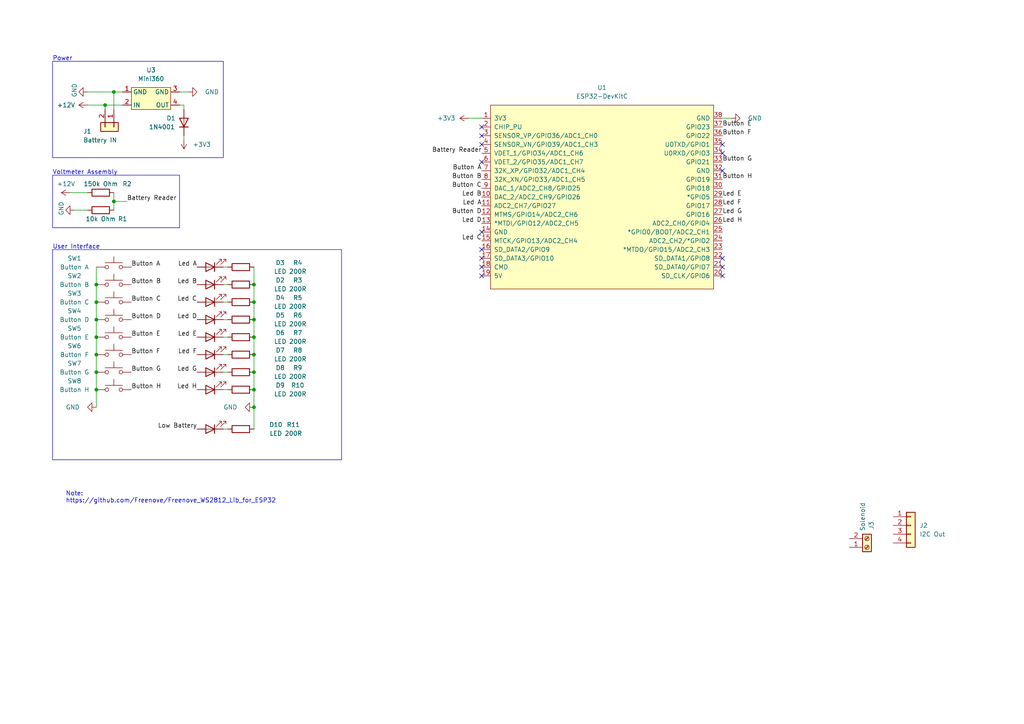
<source format=kicad_sch>
(kicad_sch (version 20230121) (generator eeschema)
  (paper "A4")
  (lib_symbols
    (symbol "Connector:Screw_Terminal_01x02" (pin_names (offset 1.016) hide)
      (property "Reference" "J" (at 0 2.54 0))
      (property "Value" "Screw_Terminal_01x02" (at 0 -5.08 0))
      (symbol "Screw_Terminal_01x02_1_1"
        (rectangle (start -1.27 1.27) (end 1.27 -3.81) (stroke (width 0.254)) (fill (type background)))
        (circle (center 0 -2.54) (radius 0.635) (stroke (width 0.1524)))
        (polyline (pts (xy -0.5334 -2.2098) (xy 0.3302 -3.048)) (stroke (width 0.1524)))
        (polyline (pts (xy -0.5334 0.3302) (xy 0.3302 -0.508)) (stroke (width 0.1524)))
        (polyline (pts (xy -0.3556 -2.032) (xy 0.508 -2.8702)) (stroke (width 0.1524)))
        (polyline (pts (xy -0.3556 0.508) (xy 0.508 -0.3302)) (stroke (width 0.1524)))
        (circle (center 0 0) (radius 0.635) (stroke (width 0.1524)))
        (pin passive line (at -5.08 0 0) (length 3.81) (name "Pin_1") (number "1"))
        (pin passive line (at -5.08 -2.54 0) (length 3.81) (name "Pin_2") (number "2"))
      )
    )
    (symbol "Connector_Generic:Conn_01x02" (pin_names (offset 1.016) hide)
      (property "Reference" "J" (at 0 2.54 0))
      (property "Value" "Conn_01x02" (at 0 -5.08 0))
      (symbol "Conn_01x02_1_1"
        (rectangle (start -1.27 -2.413) (end 0 -2.667) (stroke (width 0.1524)))
        (rectangle (start -1.27 0.127) (end 0 -0.127) (stroke (width 0.1524)))
        (rectangle (start -1.27 1.27) (end 1.27 -3.81) (stroke (width 0.254)) (fill (type background)))
        (pin passive line (at -5.08 0 0) (length 3.81) (name "Pin_1") (number "1"))
        (pin passive line (at -5.08 -2.54 0) (length 3.81) (name "Pin_2") (number "2"))
      )
    )
    (symbol "Connector_Generic:Conn_01x04" (pin_names (offset 1.016) hide)
      (property "Reference" "J" (at 0 5.08 0))
      (property "Value" "Conn_01x04" (at 0 -7.62 0))
      (symbol "Conn_01x04_1_1"
        (rectangle (start -1.27 -4.953) (end 0 -5.207) (stroke (width 0.1524)))
        (rectangle (start -1.27 -2.413) (end 0 -2.667) (stroke (width 0.1524)))
        (rectangle (start -1.27 0.127) (end 0 -0.127) (stroke (width 0.1524)))
        (rectangle (start -1.27 2.667) (end 0 2.413) (stroke (width 0.1524)))
        (rectangle (start -1.27 3.81) (end 1.27 -6.35) (stroke (width 0.254)) (fill (type background)))
        (pin passive line (at -5.08 2.54 0) (length 3.81) (name "Pin_1") (number "1"))
        (pin passive line (at -5.08 0 0) (length 3.81) (name "Pin_2") (number "2"))
        (pin passive line (at -5.08 -2.54 0) (length 3.81) (name "Pin_3") (number "3"))
        (pin passive line (at -5.08 -5.08 0) (length 3.81) (name "Pin_4") (number "4"))
      )
    )
    (symbol "Device:LED" (pin_numbers hide) (pin_names (offset 1.016) hide)
      (property "Reference" "D" (at 0 2.54 0))
      (property "Value" "LED" (at 0 -2.54 0))
      (symbol "LED_0_1"
        (polyline (pts (xy -1.27 -1.27) (xy -1.27 1.27)) (stroke (width 0.254)))
        (polyline (pts (xy -1.27 0) (xy 1.27 0)))
        (polyline (pts (xy 1.27 -1.27) (xy 1.27 1.27) (xy -1.27 0) (xy 1.27 -1.27)) (stroke (width 0.254)))
        (polyline (pts (xy -3.048 -0.762) (xy -4.572 -2.286) (xy -3.81 -2.286) (xy -4.572 -2.286) (xy -4.572 -1.524)))
        (polyline (pts (xy -1.778 -0.762) (xy -3.302 -2.286) (xy -2.54 -2.286) (xy -3.302 -2.286) (xy -3.302 -1.524)))
      )
      (symbol "LED_1_1"
        (pin passive line (at -3.81 0 0) (length 2.54) (name "K") (number "1"))
        (pin passive line (at 3.81 0 180) (length 2.54) (name "A") (number "2"))
      )
    )
    (symbol "Device:R" (pin_numbers hide) (pin_names (offset 0))
      (property "Reference" "R" (at 2.032 0 90))
      (property "Value" "R" (at 0 0 90))
      (symbol "R_0_1"
        (rectangle (start -1.016 -2.54) (end 1.016 2.54) (stroke (width 0.254)))
      )
      (symbol "R_1_1"
        (pin passive line (at 0 3.81 270) (length 1.27) (name "~") (number "1"))
        (pin passive line (at 0 -3.81 90) (length 1.27) (name "~") (number "2"))
      )
    )
    (symbol "Diode:1N4001" (pin_numbers hide) (pin_names hide)
      (property "Reference" "D" (at 0 2.54 0))
      (property "Value" "1N4001" (at 0 -2.54 0))
      (symbol "1N4001_0_1"
        (polyline (pts (xy -1.27 1.27) (xy -1.27 -1.27)) (stroke (width 0.254)))
        (polyline (pts (xy 1.27 0) (xy -1.27 0)))
        (polyline (pts (xy 1.27 1.27) (xy 1.27 -1.27) (xy -1.27 0) (xy 1.27 1.27)) (stroke (width 0.254)))
      )
      (symbol "1N4001_1_1"
        (pin passive line (at -3.81 0 0) (length 2.54) (name "K") (number "1"))
        (pin passive line (at 3.81 0 180) (length 2.54) (name "A") (number "2"))
      )
    )
    (symbol "Espressif:ESP32-DevKitC" (pin_names (offset 1.016))
      (property "Reference" "U" (at -8.89 26.67 0))
      (property "Value" "ESP32-DevKitC" (at 0 -29.21 0))
      (symbol "ESP32-DevKitC_0_0"
        (pin power_in line (at -33.02 -11.43 0) (length 2.54) (name "GND") (number "14"))
        (pin power_in line (at -33.02 -24.13 0) (length 2.54) (name "5V") (number "19"))
      )
      (symbol "ESP32-DevKitC_0_1"
        (rectangle (start -30.48 25.4) (end 34.29 -27.94) (fill (type background)))
      )
      (symbol "ESP32-DevKitC_1_1"
        (pin power_in line (at -33.02 21.59 0) (length 2.54) (name "3V3") (number "1"))
        (pin bidirectional line (at -33.02 -1.27 0) (length 2.54) (name "DAC_2/ADC2_CH9/GPIO26") (number "10"))
        (pin bidirectional line (at -33.02 -3.81 0) (length 2.54) (name "ADC2_CH7/GPIO27") (number "11"))
        (pin bidirectional line (at -33.02 -6.35 0) (length 2.54) (name "MTMS/GPIO14/ADC2_CH6") (number "12"))
        (pin bidirectional line (at -33.02 -8.89 0) (length 2.54) (name "*MTDI/GPIO12/ADC2_CH5") (number "13"))
        (pin bidirectional line (at -33.02 -13.97 0) (length 2.54) (name "MTCK/GPIO13/ADC2_CH4") (number "15"))
        (pin bidirectional line (at -33.02 -16.51 0) (length 2.54) (name "SD_DATA2/GPIO9") (number "16"))
        (pin bidirectional line (at -33.02 -19.05 0) (length 2.54) (name "SD_DATA3/GPIO10") (number "17"))
        (pin bidirectional line (at -33.02 -21.59 0) (length 2.54) (name "CMD") (number "18"))
        (pin input line (at -33.02 19.05 0) (length 2.54) (name "CHIP_PU") (number "2"))
        (pin bidirectional line (at 36.83 -24.13 180) (length 2.54) (name "SD_CLK/GPIO6") (number "20"))
        (pin bidirectional line (at 36.83 -21.59 180) (length 2.54) (name "SD_DATA0/GPIO7") (number "21"))
        (pin bidirectional line (at 36.83 -19.05 180) (length 2.54) (name "SD_DATA1/GPIO8") (number "22"))
        (pin bidirectional line (at 36.83 -16.51 180) (length 2.54) (name "*MTDO/GPIO15/ADC2_CH3") (number "23"))
        (pin bidirectional line (at 36.83 -13.97 180) (length 2.54) (name "ADC2_CH2/*GPIO2") (number "24"))
        (pin bidirectional line (at 36.83 -11.43 180) (length 2.54) (name "*GPIO0/BOOT/ADC2_CH1") (number "25"))
        (pin bidirectional line (at 36.83 -8.89 180) (length 2.54) (name "ADC2_CH0/GPIO4") (number "26"))
        (pin bidirectional line (at 36.83 -6.35 180) (length 2.54) (name "GPIO16") (number "27"))
        (pin bidirectional line (at 36.83 -3.81 180) (length 2.54) (name "GPIO17") (number "28"))
        (pin bidirectional line (at 36.83 -1.27 180) (length 2.54) (name "*GPIO5") (number "29"))
        (pin input line (at -33.02 16.51 0) (length 2.54) (name "SENSOR_VP/GPIO36/ADC1_CH0") (number "3"))
        (pin bidirectional line (at 36.83 1.27 180) (length 2.54) (name "GPIO18") (number "30"))
        (pin bidirectional line (at 36.83 3.81 180) (length 2.54) (name "GPIO19") (number "31"))
        (pin power_in line (at 36.83 6.35 180) (length 2.54) (name "GND") (number "32"))
        (pin bidirectional line (at 36.83 8.89 180) (length 2.54) (name "GPIO21") (number "33"))
        (pin bidirectional line (at 36.83 11.43 180) (length 2.54) (name "U0RXD/GPIO3") (number "34"))
        (pin bidirectional line (at 36.83 13.97 180) (length 2.54) (name "U0TXD/GPIO1") (number "35"))
        (pin bidirectional line (at 36.83 16.51 180) (length 2.54) (name "GPIO22") (number "36"))
        (pin bidirectional line (at 36.83 19.05 180) (length 2.54) (name "GPIO23") (number "37"))
        (pin power_in line (at 36.83 21.59 180) (length 2.54) (name "GND") (number "38"))
        (pin input line (at -33.02 13.97 0) (length 2.54) (name "SENSOR_VN/GPIO39/ADC1_CH3") (number "4"))
        (pin input line (at -33.02 11.43 0) (length 2.54) (name "VDET_1/GPIO34/ADC1_CH6") (number "5"))
        (pin input line (at -33.02 8.89 0) (length 2.54) (name "VDET_2/GPIO35/ADC1_CH7") (number "6"))
        (pin bidirectional line (at -33.02 6.35 0) (length 2.54) (name "32K_XP/GPIO32/ADC1_CH4") (number "7"))
        (pin bidirectional line (at -33.02 3.81 0) (length 2.54) (name "32K_XN/GPIO33/ADC1_CH5") (number "8"))
        (pin bidirectional line (at -33.02 1.27 0) (length 2.54) (name "DAC_1/ADC2_CH8/GPIO25") (number "9"))
      )
    )
    (symbol "My_Library:Mini360"
      (property "Reference" "U" (at 2.54 7.62 0))
      (property "Value" "Mini360" (at 6.35 10.16 0))
      (symbol "Mini360_1_1"
        (rectangle (start 0 6.35) (end 11.43 0) (fill (type background)))
        (pin power_in line (at -2.54 5.08 0) (length 2.54) (name "GND") (number "1"))
        (pin power_in line (at -2.54 1.27 0) (length 2.54) (name "IN") (number "2"))
        (pin power_in line (at 13.97 5.08 180) (length 2.54) (name "GND") (number "3"))
        (pin power_out line (at 13.97 1.27 180) (length 2.54) (name "OUT") (number "4"))
      )
    )
    (symbol "Switch:SW_Push" (pin_numbers hide) (pin_names (offset 1.016) hide)
      (property "Reference" "SW" (at 1.27 2.54 0))
      (property "Value" "SW_Push" (at 0 -1.524 0))
      (symbol "SW_Push_0_1"
        (circle (center -2.032 0) (radius 0.508))
        (polyline (pts (xy 0 1.27) (xy 0 3.048)))
        (polyline (pts (xy 2.54 1.27) (xy -2.54 1.27)))
        (circle (center 2.032 0) (radius 0.508))
        (pin passive line (at -5.08 0 0) (length 2.54) (name "1") (number "1"))
        (pin passive line (at 5.08 0 180) (length 2.54) (name "2") (number "2"))
      )
    )
    (symbol "power:+12V" (power) (pin_names (offset 0))
      (property "Value" "+12V" (at 0 3.556 0))
      (symbol "+12V_0_1"
        (polyline (pts (xy -0.762 1.27) (xy 0 2.54)))
        (polyline (pts (xy 0 0) (xy 0 2.54)))
        (polyline (pts (xy 0 2.54) (xy 0.762 1.27)))
      )
      (symbol "+12V_1_1"
        (pin power_in line (at 0 0 90) (length 0) hide (name "+12V") (number "1"))
      )
    )
    (symbol "power:+3V3" (power) (pin_names (offset 0))
      (property "Value" "+3V3" (at 0 3.556 0))
      (symbol "+3V3_0_1"
        (polyline (pts (xy -0.762 1.27) (xy 0 2.54)))
        (polyline (pts (xy 0 0) (xy 0 2.54)))
        (polyline (pts (xy 0 2.54) (xy 0.762 1.27)))
      )
      (symbol "+3V3_1_1"
        (pin power_in line (at 0 0 90) (length 0) hide (name "+3V3") (number "1"))
      )
    )
    (symbol "power:GND" (power) (pin_names (offset 0))
      (property "Value" "GND" (at 0 -3.81 0))
      (symbol "GND_0_1"
        (polyline (pts (xy 0 0) (xy 0 -1.27) (xy 1.27 -1.27) (xy 0 -2.54) (xy -1.27 -1.27) (xy 0 -1.27)))
      )
      (symbol "GND_1_1"
        (pin power_in line (at 0 0 270) (length 0) hide (name "GND") (number "1"))
      )
    )
  )
  (junction (at 33.02 58.42))
  (junction (at 27.94 97.79))
  (junction (at 27.94 82.55))
  (junction (at 73.66 92.71))
  (junction (at 73.66 87.63))
  (junction (at 73.66 97.79))
  (junction (at 73.66 118.11))
  (junction (at 27.94 102.87))
  (junction (at 73.66 113.03))
  (junction (at 27.94 87.63))
  (junction (at 33.02 26.67))
  (junction (at 73.66 82.55))
  (junction (at 30.48 30.48))
  (junction (at 27.94 113.03))
  (junction (at 27.94 92.71))
  (junction (at 73.66 102.87))
  (junction (at 73.66 107.95))
  (junction (at 27.94 107.95))
  (no_connect (at 139.7 67.31))
  (no_connect (at 139.7 46.99))
  (no_connect (at 209.55 49.53))
  (no_connect (at 139.7 74.93))
  (no_connect (at 139.7 41.91))
  (no_connect (at 139.7 80.01))
  (no_connect (at 139.7 72.39))
  (no_connect (at 209.55 44.45))
  (no_connect (at 209.55 41.91))
  (no_connect (at 139.7 39.37))
  (no_connect (at 209.55 80.01))
  (no_connect (at 139.7 36.83))
  (no_connect (at 209.55 74.93))
  (no_connect (at 139.7 77.47))
  (no_connect (at 209.55 77.47))
  (wire (pts (xy 66.04 82.55) (xy 64.77 82.55)))
  (wire (pts (xy 66.04 113.03) (xy 64.77 113.03)))
  (wire (pts (xy 33.02 26.67) (xy 35.56 26.67)))
  (wire (pts (xy 66.04 102.87) (xy 64.77 102.87)))
  (wire (pts (xy 20.32 55.88) (xy 25.4 55.88)))
  (wire (pts (xy 27.94 82.55) (xy 27.94 87.63)))
  (wire (pts (xy 53.34 31.75) (xy 53.34 30.48)))
  (wire (pts (xy 33.02 58.42) (xy 33.02 60.96)))
  (wire (pts (xy 66.04 92.71) (xy 64.77 92.71)))
  (wire (pts (xy 73.66 92.71) (xy 73.66 97.79)))
  (wire (pts (xy 73.66 113.03) (xy 73.66 118.11)))
  (wire (pts (xy 27.94 92.71) (xy 27.94 97.79)))
  (wire (pts (xy 30.48 30.48) (xy 30.48 31.75)))
  (wire (pts (xy 66.04 124.46) (xy 64.77 124.46)))
  (wire (pts (xy 66.04 87.63) (xy 64.77 87.63)))
  (wire (pts (xy 25.4 26.67) (xy 33.02 26.67)))
  (wire (pts (xy 73.66 107.95) (xy 73.66 113.03)))
  (wire (pts (xy 73.66 118.11) (xy 73.66 124.46)))
  (wire (pts (xy 27.94 102.87) (xy 27.94 107.95)))
  (wire (pts (xy 66.04 97.79) (xy 64.77 97.79)))
  (wire (pts (xy 212.09 34.29) (xy 209.55 34.29)))
  (wire (pts (xy 36.83 58.42) (xy 33.02 58.42)))
  (wire (pts (xy 53.34 30.48) (xy 52.07 30.48)))
  (wire (pts (xy 33.02 55.88) (xy 33.02 58.42)))
  (wire (pts (xy 33.02 26.67) (xy 33.02 31.75)))
  (wire (pts (xy 25.4 30.48) (xy 30.48 30.48)))
  (wire (pts (xy 27.94 113.03) (xy 27.94 118.11)))
  (wire (pts (xy 73.66 102.87) (xy 73.66 107.95)))
  (wire (pts (xy 27.94 107.95) (xy 27.94 113.03)))
  (wire (pts (xy 135.89 34.29) (xy 139.7 34.29)))
  (wire (pts (xy 27.94 97.79) (xy 27.94 102.87)))
  (wire (pts (xy 21.59 60.96) (xy 25.4 60.96)))
  (wire (pts (xy 66.04 107.95) (xy 64.77 107.95)))
  (wire (pts (xy 54.61 26.67) (xy 52.07 26.67)))
  (wire (pts (xy 27.94 77.47) (xy 27.94 82.55)))
  (wire (pts (xy 27.94 87.63) (xy 27.94 92.71)))
  (wire (pts (xy 73.66 82.55) (xy 73.66 87.63)))
  (wire (pts (xy 30.48 30.48) (xy 35.56 30.48)))
  (wire (pts (xy 73.66 87.63) (xy 73.66 92.71)))
  (wire (pts (xy 73.66 77.47) (xy 73.66 82.55)))
  (wire (pts (xy 53.34 39.37) (xy 53.34 40.64)))
  (wire (pts (xy 66.04 77.47) (xy 64.77 77.47)))
  (wire (pts (xy 73.66 97.79) (xy 73.66 102.87)))
  (rectangle (start 15.24 50.8) (end 52.07 66.04))
  (rectangle (start 15.24 17.78) (end 64.77 45.72))
  (rectangle (start 15.24 72.39) (end 99.06 133.35))
  (text "User Interface" (at 15.24 72.39 0) (effects (font (size 1.27 1.27)) (justify left bottom)))
  (text "Note:\nhttps://github.com/Freenove/Freenove_WS2812_Lib_for_ESP32" (at 19.05 146.05 0) (effects (font (size 1.27 1.27)) (justify left bottom)))
  (text "Power" (at 15.24 17.78 0) (effects (font (size 1.27 1.27)) (justify left bottom)))
  (text "Voltmeter Assembly" (at 15.24 50.8 0) (effects (font (size 1.27 1.27)) (justify left bottom)))
  (label "Button G" (at 38.1 107.95 0))
  (label "Button A" (at 38.1 77.47 0))
  (label "Led D" (at 57.15 92.71 180))
  (label "Led H" (at 57.15 113.03 180))
  (label "Button C" (at 38.1 87.63 0))
  (label "Button H" (at 209.55 52.07 0))
  (label "Button D" (at 139.7 62.23 180))
  (label "Led G" (at 209.55 62.23 0))
  (label "Led B" (at 139.7 57.15 180))
  (label "Button F" (at 38.1 102.87 0))
  (label "Led A" (at 57.15 77.47 180))
  (label "Button B" (at 139.7 52.07 180))
  (label "Battery Reader" (at 139.7 44.45 180))
  (label "Button G" (at 209.55 46.99 0))
  (label "Led F" (at 57.15 102.87 180))
  (label "Led D" (at 139.7 64.77 180))
  (label "Button H" (at 38.1 113.03 0))
  (label "Led B" (at 57.15 82.55 180))
  (label "Button B" (at 38.1 82.55 0))
  (label "Button A" (at 139.7 49.53 180))
  (label "Led F" (at 209.55 59.69 0))
  (label "Button E" (at 38.1 97.79 0))
  (label "Button E" (at 209.55 36.83 0))
  (label "Led E" (at 209.55 57.15 0))
  (label "Led C" (at 57.15 87.63 180))
  (label "Led C" (at 139.7 69.85 180))
  (label "Led G" (at 57.15 107.95 180))
  (label "Button F" (at 209.55 39.37 0))
  (label "Low Battery" (at 57.15 124.46 180))
  (label "Led H" (at 209.55 64.77 0))
  (label "Led A" (at 139.7 59.69 180))
  (label "Button D" (at 38.1 92.71 0))
  (label "Led E" (at 57.15 97.79 180))
  (label "Button C" (at 139.7 54.61 180))
  (label "Battery Reader" (at 36.83 58.42 0))
  (symbol (lib_id "Connector:Screw_Terminal_01x02") (at 251.46 158.75 0) (mirror x) (unit 1)
    (property "Reference" "J3" (at 252.73 152.4 90))
    (property "Value" "Solenoid" (at 250.19 149.86 90))
    (property "Footprint" "TerminalBlock_RND:TerminalBlock_RND_205-00001_1x02_P5.00mm_Horizontal" (effects hide))
  )
  (symbol (lib_id "Switch:SW_Push") (at 33.02 102.87 0) (unit 1)
    (property "Reference" "SW6" (at 21.59 100.33 0))
    (property "Value" "Button F" (at 21.59 102.87 0))
    (property "Footprint" "Button_Switch_THT:SW_PUSH_6mm_H13mm" (effects hide))
  )
  (symbol (lib_id "Switch:SW_Push") (at 33.02 82.55 0) (unit 1)
    (property "Reference" "SW2" (at 21.59 80.01 0))
    (property "Value" "Button B" (at 21.59 82.55 0))
    (property "Footprint" "Button_Switch_THT:SW_PUSH_6mm_H13mm" (effects hide))
  )
  (symbol (lib_id "power:+3V3") (at 135.89 34.29 90) (unit 1)
    (property "Reference" "#PWR05" (effects hide))
    (property "Value" "+3V3" (at 132.08 34.29 90) (effects (justify left)))
  )
  (symbol (lib_id "Device:R") (at 29.21 60.96 90) (unit 1)
    (property "Reference" "R2" (at 36.83 53.34 90))
    (property "Value" "10k Ohm" (at 29.21 63.5 90))
    (property "Footprint" "Resistor_THT:R_Axial_DIN0207_L6.3mm_D2.5mm_P7.62mm_Horizontal" (effects hide))
  )
  (symbol (lib_id "Device:R") (at 69.85 77.47 90) (unit 1)
    (property "Reference" "R4" (at 86.36 76.2 90))
    (property "Value" "200R" (at 86.36 78.74 90))
  )
  (symbol (lib_id "power:+3V3") (at 53.34 40.64 180) (unit 1)
    (property "Reference" "#PWR03" (effects hide))
    (property "Value" "+3V3" (at 55.88 41.91 0) (effects (justify right)))
  )
  (symbol (lib_id "Device:R") (at 69.85 92.71 90) (unit 1)
    (property "Reference" "R6" (at 86.36 91.44 90))
    (property "Value" "200R" (at 86.36 93.98 90))
  )
  (symbol (lib_id "Switch:SW_Push") (at 33.02 107.95 0) (unit 1)
    (property "Reference" "SW7" (at 21.59 105.41 0))
    (property "Value" "Button G" (at 21.59 107.95 0))
    (property "Footprint" "Button_Switch_THT:SW_PUSH_6mm_H13mm" (effects hide))
  )
  (symbol (lib_id "Device:LED") (at 60.96 77.47 180) (unit 1)
    (property "Reference" "D3" (at 81.28 76.2 0))
    (property "Value" "LED" (at 81.28 78.74 0))
  )
  (symbol (lib_id "power:GND") (at 54.61 26.67 90) (unit 1)
    (property "Reference" "#PWR04" (effects hide))
    (property "Value" "GND" (at 63.5 26.67 90) (effects (justify left)))
  )
  (symbol (lib_id "Espressif:ESP32-DevKitC") (at 172.72 55.88 0) (unit 1)
    (property "Reference" "U1" (at 174.625 25.4 0))
    (property "Value" "ESP32-DevKitC" (at 174.625 27.94 0))
    (property "Footprint" "Espressif:ESP32-NodeMCU" (effects hide))
    (property "Datasheet" "https://docs.espressif.com/projects/esp-idf/zh_CN/latest/esp32/hw-reference/esp32/get-started-devkitc.html" (effects hide))
  )
  (symbol (lib_id "Device:R") (at 69.85 113.03 90) (unit 1)
    (property "Reference" "R10" (at 86.36 111.76 90))
    (property "Value" "200R" (at 86.36 114.3 90))
  )
  (symbol (lib_id "Switch:SW_Push") (at 33.02 77.47 0) (unit 1)
    (property "Reference" "SW1" (at 21.59 74.93 0))
    (property "Value" "Button A" (at 21.59 77.47 0))
    (property "Footprint" "Button_Switch_THT:SW_PUSH_6mm_H13mm" (effects hide))
  )
  (symbol (lib_id "Device:R") (at 69.85 102.87 90) (unit 1)
    (property "Reference" "R8" (at 86.36 101.6 90))
    (property "Value" "200R" (at 86.36 104.14 90))
  )
  (symbol (lib_id "Device:LED") (at 60.96 82.55 180) (unit 1)
    (property "Reference" "D2" (at 81.28 81.28 0))
    (property "Value" "LED" (at 81.28 83.82 0))
  )
  (symbol (lib_id "My_Library:Mini360") (at 38.1 31.75 0) (unit 1)
    (property "Reference" "U3" (at 43.815 20.32 0))
    (property "Value" "Mini360" (at 43.815 22.86 0))
    (property "Footprint" "My_Library:Mini360" (effects hide))
  )
  (symbol (lib_id "Diode:1N4001") (at 53.34 35.56 90) (unit 1)
    (property "Reference" "D1" (at 48.26 34.29 90) (effects (justify right)))
    (property "Value" "1N4001" (at 43.18 36.83 90) (effects (justify right)))
    (property "Footprint" "Diode_THT:D_DO-41_SOD81_P7.62mm_Horizontal" (effects hide))
    (property "Datasheet" "http://www.vishay.com/docs/88503/1n4001.pdf" (effects hide))
    (property "Sim.Device" "D" (effects hide))
    (property "Sim.Pins" "1=K 2=A" (effects hide))
  )
  (symbol (lib_id "Switch:SW_Push") (at 33.02 113.03 0) (unit 1)
    (property "Reference" "SW8" (at 21.59 110.49 0))
    (property "Value" "Button H" (at 21.59 113.03 0))
    (property "Footprint" "Button_Switch_THT:SW_PUSH_6mm_H13mm" (effects hide))
  )
  (symbol (lib_id "power:+12V") (at 25.4 30.48 90) (unit 1)
    (property "Reference" "#PWR02" (effects hide))
    (property "Value" "+12V" (at 16.51 30.48 90) (effects (justify right)))
  )
  (symbol (lib_id "Device:R") (at 69.85 107.95 90) (unit 1)
    (property "Reference" "R9" (at 86.36 106.68 90))
    (property "Value" "200R" (at 86.36 109.22 90))
  )
  (symbol (lib_id "Switch:SW_Push") (at 33.02 97.79 0) (unit 1)
    (property "Reference" "SW5" (at 21.59 95.25 0))
    (property "Value" "Button E" (at 21.59 97.79 0))
    (property "Footprint" "Button_Switch_THT:SW_PUSH_6mm_H13mm" (effects hide))
  )
  (symbol (lib_id "Device:LED") (at 60.96 97.79 180) (unit 1)
    (property "Reference" "D6" (at 81.28 96.52 0))
    (property "Value" "LED" (at 81.28 99.06 0))
  )
  (symbol (lib_id "Device:LED") (at 60.96 87.63 180) (unit 1)
    (property "Reference" "D4" (at 81.28 86.36 0))
    (property "Value" "LED" (at 81.28 88.9 0))
  )
  (symbol (lib_id "Device:R") (at 69.85 97.79 90) (unit 1)
    (property "Reference" "R7" (at 86.36 96.52 90))
    (property "Value" "200R" (at 86.36 99.06 90))
  )
  (symbol (lib_id "power:+12V") (at 20.32 55.88 90) (unit 1)
    (property "Reference" "#PWR07" (effects hide))
    (property "Value" "+12V" (at 16.51 53.34 90) (effects (justify right)))
  )
  (symbol (lib_id "Device:LED") (at 60.96 113.03 180) (unit 1)
    (property "Reference" "D9" (at 81.28 111.76 0))
    (property "Value" "LED" (at 81.28 114.3 0))
  )
  (symbol (lib_id "Device:LED") (at 60.96 102.87 180) (unit 1)
    (property "Reference" "D7" (at 81.28 101.6 0))
    (property "Value" "LED" (at 81.28 104.14 0))
  )
  (symbol (lib_id "power:GND") (at 21.59 60.96 270) (unit 1)
    (property "Reference" "#PWR08" (effects hide))
    (property "Value" "GND" (at 17.78 58.42 0) (effects (justify left)))
  )
  (symbol (lib_id "power:GND") (at 73.66 118.11 270) (unit 1)
    (property "Reference" "#PWR010" (effects hide))
    (property "Value" "GND" (at 64.77 118.11 90) (effects (justify left)))
  )
  (symbol (lib_id "Device:LED") (at 60.96 107.95 180) (unit 1)
    (property "Reference" "D8" (at 81.28 106.68 0))
    (property "Value" "LED" (at 81.28 109.22 0))
  )
  (symbol (lib_id "Connector_Generic:Conn_01x02") (at 33.02 36.83 270) (unit 1)
    (property "Reference" "J1" (at 24.13 38.1 90) (effects (justify left)))
    (property "Value" "Battery IN" (at 24.13 40.64 90) (effects (justify left)))
  )
  (symbol (lib_id "power:GND") (at 27.94 118.11 270) (unit 1)
    (property "Reference" "#PWR09" (effects hide))
    (property "Value" "GND" (at 19.05 118.11 90) (effects (justify left)))
  )
  (symbol (lib_id "Connector_Generic:Conn_01x04") (at 264.16 152.4 0) (unit 1)
    (property "Reference" "J2" (at 266.7 152.3999 0) (effects (justify left)))
    (property "Value" "I2C Out" (at 266.7 154.9399 0) (effects (justify left)))
    (property "Footprint" "Connector_PinHeader_2.54mm:PinHeader_1x04_P2.54mm_Vertical" (effects hide))
  )
  (symbol (lib_id "Switch:SW_Push") (at 33.02 87.63 0) (unit 1)
    (property "Reference" "SW3" (at 21.59 85.09 0))
    (property "Value" "Button C" (at 21.59 87.63 0))
    (property "Footprint" "Button_Switch_THT:SW_PUSH_6mm_H13mm" (effects hide))
  )
  (symbol (lib_id "Device:R") (at 69.85 124.46 90) (unit 1)
    (property "Reference" "R11" (at 85.09 123.19 90))
    (property "Value" "200R" (at 85.09 125.73 90))
  )
  (symbol (lib_id "Switch:SW_Push") (at 33.02 92.71 0) (unit 1)
    (property "Reference" "SW4" (at 21.59 90.17 0))
    (property "Value" "Button D" (at 21.59 92.71 0))
    (property "Footprint" "Button_Switch_THT:SW_PUSH_6mm_H13mm" (effects hide))
  )
  (symbol (lib_id "Device:LED") (at 60.96 92.71 180) (unit 1)
    (property "Reference" "D5" (at 81.28 91.44 0))
    (property "Value" "LED" (at 81.28 93.98 0))
  )
  (symbol (lib_id "power:GND") (at 25.4 26.67 270) (unit 1)
    (property "Reference" "#PWR01" (effects hide))
    (property "Value" "GND" (at 21.59 24.13 0) (effects (justify left)))
  )
  (symbol (lib_id "Device:R") (at 69.85 87.63 90) (unit 1)
    (property "Reference" "R5" (at 86.36 86.36 90))
    (property "Value" "200R" (at 86.36 88.9 90))
  )
  (symbol (lib_id "Device:LED") (at 60.96 124.46 180) (unit 1)
    (property "Reference" "D10" (at 80.01 123.19 0))
    (property "Value" "LED" (at 80.01 125.73 0))
  )
  (symbol (lib_id "Device:R") (at 29.21 55.88 270) (unit 1)
    (property "Reference" "R1" (at 35.56 63.5 90))
    (property "Value" "150k Ohm" (at 29.21 53.34 90))
    (property "Footprint" "Resistor_THT:R_Axial_DIN0207_L6.3mm_D2.5mm_P7.62mm_Horizontal" (effects hide))
  )
  (symbol (lib_id "power:GND") (at 212.09 34.29 90) (unit 1)
    (property "Reference" "#PWR06" (effects hide))
    (property "Value" "GND" (at 220.98 34.29 90) (effects (justify left)))
  )
  (symbol (lib_id "Device:R") (at 69.85 82.55 90) (unit 1)
    (property "Reference" "R3" (at 86.36 81.28 90))
    (property "Value" "200R" (at 86.36 83.82 90))
  )
)
</source>
